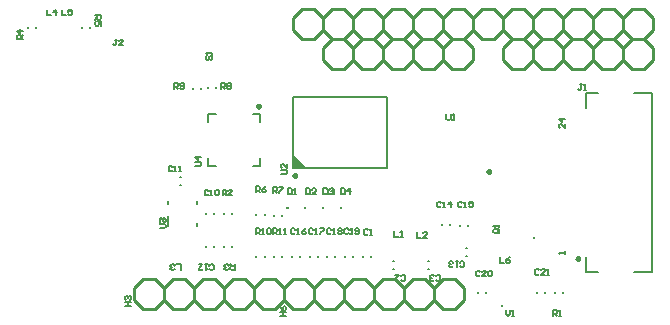
<source format=gto>
%FSTAX23Y23*%
%MOIN*%
%SFA1B1*%

%IPPOS*%
%ADD29C,0.010000*%
%ADD42C,0.003940*%
%ADD43C,0.009840*%
%ADD44C,0.007870*%
%ADD45C,0.007000*%
%LNcombine8-1*%
%LPD*%
G36*
X00964Y00501D02*
X00925D01*
Y00541*
X00964Y00501*
G37*
G54D29*
X00495Y0006D02*
Y001D01*
X00595Y0006D02*
Y001D01*
X00695Y0006D02*
Y001D01*
X00765Y0003D02*
X00795Y0006D01*
X00725Y0003D02*
X00765D01*
X00695Y0006D02*
X00725Y0003D01*
X00665D02*
X00695Y0006D01*
X00625Y0003D02*
X00665D01*
X00595Y0006D02*
X00625Y0003D01*
X00565D02*
X00595Y0006D01*
X00525Y0003D02*
X00565D01*
X00495Y0006D02*
X00525Y0003D01*
X00465D02*
X00495Y0006D01*
X00425Y0003D02*
X00465D01*
X00395Y0006D02*
X00425Y0003D01*
X00395Y0006D02*
Y001D01*
X00425Y0013*
X00465*
X00495Y001*
X00525Y0013*
X00565*
X00595Y001*
X00795Y0006D02*
Y001D01*
Y0006D02*
X00825Y0003D01*
X00865*
X00895Y0006*
Y001*
X00865Y0013D02*
X00895Y001D01*
X00825Y0013D02*
X00865D01*
X00795Y001D02*
X00825Y0013D01*
X00765D02*
X00795Y001D01*
X00725Y0013D02*
X00765D01*
X00695Y001D02*
X00725Y0013D01*
X00665D02*
X00695Y001D01*
X00625Y0013D02*
X00665D01*
X00595Y001D02*
X00625Y0013D01*
X00995Y0103D02*
X01025Y01D01*
X00955Y0103D02*
X00995D01*
X00925Y01D02*
X00955Y0103D01*
X00925Y0096D02*
Y01D01*
Y0096D02*
X00955Y0093D01*
X00995*
X01025Y0096*
X01225Y01D02*
X01255Y0103D01*
X01295*
X01325Y01*
X01355Y0103*
X01395*
X01425Y01*
X01455Y0103*
X01495*
X01525Y01*
Y0096D02*
Y01D01*
X01495Y0093D02*
X01525Y0096D01*
X01455Y0093D02*
X01495D01*
X01425Y0096D02*
X01455Y0093D01*
X01425Y0096D02*
Y01D01*
X01195Y0103D02*
X01225Y01D01*
X01155Y0103D02*
X01195D01*
X01125Y01D02*
X01155Y0103D01*
X01095D02*
X01125Y01D01*
X01055Y0103D02*
X01095D01*
X01025Y01D02*
X01055Y0103D01*
X01025Y0096D02*
Y01D01*
Y0096D02*
X01055Y0093D01*
X01095*
X01125Y0096*
X01155Y0093*
X01195*
X01225Y0096*
X01255Y0093*
X01295*
X01325Y0096*
X01355Y0093*
X01395*
X01425Y0096*
X01325D02*
Y01D01*
X01225Y0096D02*
Y01D01*
X01125Y0096D02*
Y01D01*
X01595Y0103D02*
X01625Y01D01*
X01555Y0103D02*
X01595D01*
X01525Y01D02*
X01555Y0103D01*
X01525Y0096D02*
Y01D01*
Y0096D02*
X01555Y0093D01*
X01595*
X01625Y0096*
X01825Y01D02*
X01855Y0103D01*
X01895*
X01925Y01*
X01955Y0103*
X01995*
X02025Y01*
X02055Y0103*
X02095*
X02125Y01*
Y0096D02*
Y01D01*
X02095Y0093D02*
X02125Y0096D01*
X02055Y0093D02*
X02095D01*
X02025Y0096D02*
X02055Y0093D01*
X02025Y0096D02*
Y01D01*
X01795Y0103D02*
X01825Y01D01*
X01755Y0103D02*
X01795D01*
X01725Y01D02*
X01755Y0103D01*
X01695D02*
X01725Y01D01*
X01655Y0103D02*
X01695D01*
X01625Y01D02*
X01655Y0103D01*
X01625Y0096D02*
Y01D01*
Y0096D02*
X01655Y0093D01*
X01695*
X01725Y0096*
X01755Y0093*
X01795*
X01825Y0096*
X01855Y0093*
X01895*
X01925Y0096*
X01955Y0093*
X01995*
X02025Y0096*
X01925D02*
Y01D01*
X01825Y0096D02*
Y01D01*
X01725Y0096D02*
Y01D01*
X01125Y0086D02*
Y009D01*
X01225Y0086D02*
Y009D01*
X01325Y0086D02*
Y009D01*
X01395Y0083D02*
X01425Y0086D01*
X01355Y0083D02*
X01395D01*
X01325Y0086D02*
X01355Y0083D01*
X01295D02*
X01325Y0086D01*
X01255Y0083D02*
X01295D01*
X01225Y0086D02*
X01255Y0083D01*
X01195D02*
X01225Y0086D01*
X01155Y0083D02*
X01195D01*
X01125Y0086D02*
X01155Y0083D01*
X01095D02*
X01125Y0086D01*
X01055Y0083D02*
X01095D01*
X01025Y0086D02*
X01055Y0083D01*
X01025Y0086D02*
Y009D01*
X01055Y0093*
X01095*
X01125Y009*
X01155Y0093*
X01195*
X01225Y009*
X01425Y0086D02*
Y009D01*
Y0086D02*
X01455Y0083D01*
X01495*
X01525Y0086*
Y009*
X01495Y0093D02*
X01525Y009D01*
X01455Y0093D02*
X01495D01*
X01425Y009D02*
X01455Y0093D01*
X01395D02*
X01425Y009D01*
X01355Y0093D02*
X01395D01*
X01325Y009D02*
X01355Y0093D01*
X01295D02*
X01325Y009D01*
X01255Y0093D02*
X01295D01*
X01225Y009D02*
X01255Y0093D01*
X01725Y0086D02*
Y009D01*
X01825Y0086D02*
Y009D01*
X01925Y0086D02*
Y009D01*
X01995Y0083D02*
X02025Y0086D01*
X01955Y0083D02*
X01995D01*
X01925Y0086D02*
X01955Y0083D01*
X01895D02*
X01925Y0086D01*
X01855Y0083D02*
X01895D01*
X01825Y0086D02*
X01855Y0083D01*
X01795D02*
X01825Y0086D01*
X01755Y0083D02*
X01795D01*
X01725Y0086D02*
X01755Y0083D01*
X01695D02*
X01725Y0086D01*
X01655Y0083D02*
X01695D01*
X01625Y0086D02*
X01655Y0083D01*
X01625Y0086D02*
Y009D01*
X01655Y0093*
X01695*
X01725Y009*
X01755Y0093*
X01795*
X01825Y009*
X02025Y0086D02*
Y009D01*
Y0086D02*
X02055Y0083D01*
X02095*
X02125Y0086*
Y009*
X02095Y0093D02*
X02125Y009D01*
X02055Y0093D02*
X02095D01*
X02025Y009D02*
X02055Y0093D01*
X01995D02*
X02025Y009D01*
X01955Y0093D02*
X01995D01*
X01925Y009D02*
X01955Y0093D01*
X01895D02*
X01925Y009D01*
X01855Y0093D02*
X01895D01*
X01825Y009D02*
X01855Y0093D01*
X00965Y0013D02*
X00995Y001D01*
X00925Y0013D02*
X00965D01*
X00895Y001D02*
X00925Y0013D01*
X00895Y0006D02*
Y001D01*
Y0006D02*
X00925Y0003D01*
X00965*
X00995Y0006*
X01195Y001D02*
X01225Y0013D01*
X01265*
X01295Y001*
X01325Y0013*
X01365*
X01395Y001*
X01425Y0013*
X01465*
X01495Y001*
Y0006D02*
Y001D01*
X01465Y0003D02*
X01495Y0006D01*
X01425Y0003D02*
X01465D01*
X01395Y0006D02*
X01425Y0003D01*
X01395Y0006D02*
Y001D01*
X01165Y0013D02*
X01195Y001D01*
X01125Y0013D02*
X01165D01*
X01095Y001D02*
X01125Y0013D01*
X01065D02*
X01095Y001D01*
X01025Y0013D02*
X01065D01*
X00995Y001D02*
X01025Y0013D01*
X00995Y0006D02*
Y001D01*
Y0006D02*
X01025Y0003D01*
X01065*
X01095Y0006*
X01125Y0003*
X01165*
X01195Y0006*
X01225Y0003*
X01265*
X01295Y0006*
X01325Y0003*
X01365*
X01395Y0006*
X01295D02*
Y001D01*
X01195Y0006D02*
Y001D01*
X01095Y0006D02*
Y001D01*
G54D42*
X00966Y0037D02*
D01*
X00966Y0037*
X00966Y0037*
X00966Y00371*
X00966Y00371*
X00966Y00371*
X00966Y00371*
X00966Y00371*
X00966Y00371*
X00965Y00371*
X00965Y00371*
X00965Y00372*
X00965Y00372*
X00965Y00372*
X00965Y00372*
X00965Y00372*
X00965Y00372*
X00965Y00372*
X00964Y00372*
X00964Y00372*
X00964Y00372*
X00964Y00372*
X00964Y00372*
X00964*
X00964Y00372*
X00964Y00372*
X00963Y00372*
X00963Y00372*
X00963Y00372*
X00963Y00372*
X00963Y00372*
X00963Y00372*
X00963Y00372*
X00963Y00372*
X00962Y00372*
X00962Y00371*
X00962Y00371*
X00962Y00371*
X00962Y00371*
X00962Y00371*
X00962Y00371*
X00962Y00371*
X00962Y00371*
X00962Y0037*
X00962Y0037*
X00962Y0037*
X00962Y0037*
X00962Y0037*
X00962Y0037*
X00962Y0037*
X00962Y00369*
X00962Y00369*
X00962Y00369*
X00962Y00369*
X00962Y00369*
X00962Y00369*
X00962Y00369*
X00963Y00369*
X00963Y00369*
X00963Y00369*
X00963Y00368*
X00963Y00368*
X00963Y00368*
X00963Y00368*
X00963Y00368*
X00964Y00368*
X00964Y00368*
X00964Y00368*
X00964*
X00964Y00368*
X00964Y00368*
X00964Y00368*
X00964Y00368*
X00965Y00368*
X00965Y00368*
X00965Y00368*
X00965Y00369*
X00965Y00369*
X00965Y00369*
X00965Y00369*
X00965Y00369*
X00965Y00369*
X00966Y00369*
X00966Y00369*
X00966Y00369*
X00966Y00369*
X00966Y0037*
X00966Y0037*
X00966Y0037*
X00966Y0037*
X00966Y0037*
X01025D02*
D01*
X01025Y0037*
X01025Y0037*
X01025Y00371*
X01025Y00371*
X01025Y00371*
X01025Y00371*
X01025Y00371*
X01025Y00371*
X01025Y00371*
X01024Y00371*
X01024Y00372*
X01024Y00372*
X01024Y00372*
X01024Y00372*
X01024Y00372*
X01024Y00372*
X01024Y00372*
X01024Y00372*
X01023Y00372*
X01023Y00372*
X01023Y00372*
X01023Y00372*
X01023*
X01023Y00372*
X01023Y00372*
X01022Y00372*
X01022Y00372*
X01022Y00372*
X01022Y00372*
X01022Y00372*
X01022Y00372*
X01022Y00372*
X01022Y00372*
X01022Y00372*
X01021Y00371*
X01021Y00371*
X01021Y00371*
X01021Y00371*
X01021Y00371*
X01021Y00371*
X01021Y00371*
X01021Y00371*
X01021Y0037*
X01021Y0037*
X01021Y0037*
X01021Y0037*
X01021Y0037*
X01021Y0037*
X01021Y0037*
X01021Y00369*
X01021Y00369*
X01021Y00369*
X01021Y00369*
X01021Y00369*
X01021Y00369*
X01022Y00369*
X01022Y00369*
X01022Y00369*
X01022Y00369*
X01022Y00368*
X01022Y00368*
X01022Y00368*
X01022Y00368*
X01022Y00368*
X01023Y00368*
X01023Y00368*
X01023Y00368*
X01023*
X01023Y00368*
X01023Y00368*
X01023Y00368*
X01024Y00368*
X01024Y00368*
X01024Y00368*
X01024Y00368*
X01024Y00369*
X01024Y00369*
X01024Y00369*
X01024Y00369*
X01024Y00369*
X01025Y00369*
X01025Y00369*
X01025Y00369*
X01025Y00369*
X01025Y00369*
X01025Y0037*
X01025Y0037*
X01025Y0037*
X01025Y0037*
X01025Y0037*
X01084D02*
D01*
X01084Y0037*
X01084Y0037*
X01084Y00371*
X01084Y00371*
X01084Y00371*
X01084Y00371*
X01084Y00371*
X01084Y00371*
X01084Y00371*
X01083Y00371*
X01083Y00372*
X01083Y00372*
X01083Y00372*
X01083Y00372*
X01083Y00372*
X01083Y00372*
X01083Y00372*
X01083Y00372*
X01082Y00372*
X01082Y00372*
X01082Y00372*
X01082Y00372*
X01082*
X01082Y00372*
X01082Y00372*
X01082Y00372*
X01081Y00372*
X01081Y00372*
X01081Y00372*
X01081Y00372*
X01081Y00372*
X01081Y00372*
X01081Y00372*
X01081Y00372*
X0108Y00371*
X0108Y00371*
X0108Y00371*
X0108Y00371*
X0108Y00371*
X0108Y00371*
X0108Y00371*
X0108Y00371*
X0108Y0037*
X0108Y0037*
X0108Y0037*
X0108Y0037*
X0108Y0037*
X0108Y0037*
X0108Y0037*
X0108Y00369*
X0108Y00369*
X0108Y00369*
X0108Y00369*
X0108Y00369*
X0108Y00369*
X01081Y00369*
X01081Y00369*
X01081Y00369*
X01081Y00369*
X01081Y00368*
X01081Y00368*
X01081Y00368*
X01081Y00368*
X01082Y00368*
X01082Y00368*
X01082Y00368*
X01082Y00368*
X01082*
X01082Y00368*
X01082Y00368*
X01082Y00368*
X01083Y00368*
X01083Y00368*
X01083Y00368*
X01083Y00368*
X01083Y00369*
X01083Y00369*
X01083Y00369*
X01083Y00369*
X01083Y00369*
X01084Y00369*
X01084Y00369*
X01084Y00369*
X01084Y00369*
X01084Y00369*
X01084Y0037*
X01084Y0037*
X01084Y0037*
X01084Y0037*
X01084Y0037*
X01726Y00272D02*
D01*
X01726Y00272*
X01726Y00272*
X01726Y00272*
X01726Y00272*
X01726Y00272*
X01725Y00272*
X01725Y00272*
X01725Y00272*
X01725Y00271*
X01725Y00271*
X01725Y00271*
X01725Y00271*
X01725Y00271*
X01725Y00271*
X01725Y00271*
X01725Y00271*
X01725Y0027*
X01725Y0027*
X01725Y0027*
X01725Y0027*
X01725Y0027*
X01725Y0027*
X01725Y0027*
X01725Y0027*
X01725Y00269*
X01725Y00269*
X01725Y00269*
X01725Y00269*
X01725Y00269*
X01725Y00269*
X01725Y00269*
X01725Y00269*
X01726Y00269*
X01726Y00268*
X01726Y00268*
X01726Y00268*
X01726Y00268*
X01726Y00268*
X01726Y00268*
X01726Y00268*
X01727Y00268*
X01727Y00268*
X01727Y00268*
X01727Y00268*
X01727Y00268*
X01727Y00268*
X01727Y00268*
X01727Y00268*
X01728Y00268*
X01728Y00269*
X01728Y00269*
X01728Y00269*
X01728Y00269*
X01728Y00269*
X01728Y00269*
X01728Y00269*
X01728Y00269*
X01728Y00269*
X01729Y00269*
X01729Y0027*
X01729Y0027*
X01729Y0027*
X01729Y0027*
X01729Y0027*
X01729Y0027*
X01729Y0027*
X01729Y00271*
X01729Y00271*
X01729Y00271*
X01728Y00271*
X01728Y00271*
X01728Y00271*
X01728Y00271*
X01728Y00271*
X01728Y00272*
X01728Y00272*
X01728Y00272*
X01728Y00272*
X01728Y00272*
X01728Y00272*
X01727Y00272*
X01727Y00272*
X01727Y00272*
X01727Y00272*
X01727Y00272*
X01727Y00272*
X01727Y00272*
X00907Y0037D02*
D01*
X00907Y0037*
X00907Y0037*
X00907Y00371*
X00907Y00371*
X00907Y00371*
X00907Y00371*
X00907Y00371*
X00906Y00371*
X00906Y00371*
X00906Y00371*
X00906Y00372*
X00906Y00372*
X00906Y00372*
X00906Y00372*
X00906Y00372*
X00906Y00372*
X00906Y00372*
X00905Y00372*
X00905Y00372*
X00905Y00372*
X00905Y00372*
X00905Y00372*
X00905*
X00905Y00372*
X00904Y00372*
X00904Y00372*
X00904Y00372*
X00904Y00372*
X00904Y00372*
X00904Y00372*
X00904Y00372*
X00904Y00372*
X00903Y00372*
X00903Y00372*
X00903Y00371*
X00903Y00371*
X00903Y00371*
X00903Y00371*
X00903Y00371*
X00903Y00371*
X00903Y00371*
X00903Y00371*
X00903Y0037*
X00903Y0037*
X00903Y0037*
X00903Y0037*
X00903Y0037*
X00903Y0037*
X00903Y0037*
X00903Y00369*
X00903Y00369*
X00903Y00369*
X00903Y00369*
X00903Y00369*
X00903Y00369*
X00903Y00369*
X00903Y00369*
X00904Y00369*
X00904Y00369*
X00904Y00368*
X00904Y00368*
X00904Y00368*
X00904Y00368*
X00904Y00368*
X00904Y00368*
X00905Y00368*
X00905Y00368*
X00905*
X00905Y00368*
X00905Y00368*
X00905Y00368*
X00905Y00368*
X00906Y00368*
X00906Y00368*
X00906Y00368*
X00906Y00369*
X00906Y00369*
X00906Y00369*
X00906Y00369*
X00906Y00369*
X00906Y00369*
X00906Y00369*
X00907Y00369*
X00907Y00369*
X00907Y00369*
X00907Y0037*
X00907Y0037*
X00907Y0037*
X00907Y0037*
X00907Y0037*
X01623Y00043D02*
D01*
X01623Y00043*
X01623Y00043*
X01623Y00043*
X01623Y00043*
X01623Y00043*
X01623Y00043*
X01623Y00044*
X01623Y00044*
X01622Y00044*
X01622Y00044*
X01622Y00044*
X01622Y00044*
X01622Y00044*
X01622Y00044*
X01622Y00044*
X01622Y00044*
X01622Y00044*
X01621Y00044*
X01621Y00045*
X01621Y00045*
X01621Y00045*
X01621Y00045*
X01621*
X01621Y00045*
X01621Y00045*
X0162Y00045*
X0162Y00044*
X0162Y00044*
X0162Y00044*
X0162Y00044*
X0162Y00044*
X0162Y00044*
X0162Y00044*
X01619Y00044*
X01619Y00044*
X01619Y00044*
X01619Y00044*
X01619Y00044*
X01619Y00043*
X01619Y00043*
X01619Y00043*
X01619Y00043*
X01619Y00043*
X01619Y00043*
X01619Y00043*
X01619Y00042*
X01619Y00042*
X01619Y00042*
X01619Y00042*
X01619Y00042*
X01619Y00042*
X01619Y00042*
X01619Y00042*
X01619Y00041*
X01619Y00041*
X01619Y00041*
X0162Y00041*
X0162Y00041*
X0162Y00041*
X0162Y00041*
X0162Y00041*
X0162Y00041*
X0162Y00041*
X0162Y00041*
X01621Y00041*
X01621Y00041*
X01621Y00041*
X01621*
X01621Y00041*
X01621Y00041*
X01621Y00041*
X01621Y00041*
X01622Y00041*
X01622Y00041*
X01622Y00041*
X01622Y00041*
X01622Y00041*
X01622Y00041*
X01622Y00041*
X01622Y00041*
X01622Y00041*
X01623Y00042*
X01623Y00042*
X01623Y00042*
X01623Y00042*
X01623Y00042*
X01623Y00042*
X01623Y00042*
X01623Y00042*
X01623Y00043*
G54D43*
X01879Y00198D02*
D01*
X01879Y00199*
X01879Y00199*
X01879Y00199*
X01879Y002*
X01879Y002*
X01879Y002*
X01879Y00201*
X01878Y00201*
X01878Y00201*
X01878Y00201*
X01878Y00202*
X01878Y00202*
X01877Y00202*
X01877Y00202*
X01877Y00203*
X01876Y00203*
X01876Y00203*
X01876Y00203*
X01875Y00203*
X01875Y00203*
X01875Y00203*
X01874Y00203*
X01874*
X01874Y00203*
X01873Y00203*
X01873Y00203*
X01873Y00203*
X01872Y00203*
X01872Y00203*
X01872Y00203*
X01872Y00202*
X01871Y00202*
X01871Y00202*
X01871Y00202*
X01871Y00201*
X0187Y00201*
X0187Y00201*
X0187Y00201*
X0187Y002*
X0187Y002*
X0187Y002*
X01869Y00199*
X01869Y00199*
X01869Y00199*
X01869Y00198*
X01869Y00198*
X01869Y00198*
X01869Y00197*
X0187Y00197*
X0187Y00197*
X0187Y00196*
X0187Y00196*
X0187Y00196*
X0187Y00195*
X01871Y00195*
X01871Y00195*
X01871Y00195*
X01871Y00194*
X01872Y00194*
X01872Y00194*
X01872Y00194*
X01872Y00194*
X01873Y00194*
X01873Y00194*
X01873Y00193*
X01874Y00193*
X01874Y00193*
X01874*
X01875Y00193*
X01875Y00193*
X01875Y00194*
X01876Y00194*
X01876Y00194*
X01876Y00194*
X01877Y00194*
X01877Y00194*
X01877Y00194*
X01878Y00195*
X01878Y00195*
X01878Y00195*
X01878Y00195*
X01878Y00196*
X01879Y00196*
X01879Y00196*
X01879Y00197*
X01879Y00197*
X01879Y00197*
X01879Y00198*
X01879Y00198*
X01879Y00198*
X00935Y00476D02*
D01*
X00935Y00476*
X00935Y00477*
X00935Y00477*
X00935Y00477*
X00935Y00478*
X00935Y00478*
X00935Y00478*
X00935Y00478*
X00934Y00479*
X00934Y00479*
X00934Y00479*
X00934Y0048*
X00933Y0048*
X00933Y0048*
X00933Y0048*
X00933Y0048*
X00932Y0048*
X00932Y00481*
X00932Y00481*
X00931Y00481*
X00931Y00481*
X00931Y00481*
X0093*
X0093Y00481*
X0093Y00481*
X00929Y00481*
X00929Y00481*
X00929Y0048*
X00928Y0048*
X00928Y0048*
X00928Y0048*
X00927Y0048*
X00927Y0048*
X00927Y00479*
X00927Y00479*
X00926Y00479*
X00926Y00478*
X00926Y00478*
X00926Y00478*
X00926Y00478*
X00926Y00477*
X00926Y00477*
X00926Y00477*
X00926Y00476*
X00925Y00476*
X00926Y00476*
X00926Y00475*
X00926Y00475*
X00926Y00475*
X00926Y00474*
X00926Y00474*
X00926Y00474*
X00926Y00473*
X00926Y00473*
X00927Y00473*
X00927Y00472*
X00927Y00472*
X00927Y00472*
X00928Y00472*
X00928Y00472*
X00928Y00471*
X00929Y00471*
X00929Y00471*
X00929Y00471*
X0093Y00471*
X0093Y00471*
X0093Y00471*
X00931*
X00931Y00471*
X00931Y00471*
X00932Y00471*
X00932Y00471*
X00932Y00471*
X00933Y00471*
X00933Y00472*
X00933Y00472*
X00933Y00472*
X00934Y00472*
X00934Y00472*
X00934Y00473*
X00934Y00473*
X00935Y00473*
X00935Y00474*
X00935Y00474*
X00935Y00474*
X00935Y00475*
X00935Y00475*
X00935Y00475*
X00935Y00476*
X00935Y00476*
X00815Y00707D02*
D01*
X00815Y00707*
X00815Y00707*
X00815Y00708*
X00815Y00708*
X00815Y00708*
X00815Y00709*
X00815Y00709*
X00814Y00709*
X00814Y0071*
X00814Y0071*
X00814Y0071*
X00814Y0071*
X00813Y00711*
X00813Y00711*
X00813Y00711*
X00812Y00711*
X00812Y00711*
X00812Y00711*
X00811Y00711*
X00811Y00712*
X00811Y00712*
X0081Y00712*
X0081*
X0081Y00712*
X00809Y00712*
X00809Y00711*
X00809Y00711*
X00808Y00711*
X00808Y00711*
X00808Y00711*
X00807Y00711*
X00807Y00711*
X00807Y0071*
X00807Y0071*
X00806Y0071*
X00806Y0071*
X00806Y00709*
X00806Y00709*
X00806Y00709*
X00806Y00708*
X00805Y00708*
X00805Y00708*
X00805Y00707*
X00805Y00707*
X00805Y00707*
X00805Y00706*
X00805Y00706*
X00805Y00706*
X00805Y00705*
X00806Y00705*
X00806Y00705*
X00806Y00704*
X00806Y00704*
X00806Y00704*
X00806Y00704*
X00807Y00703*
X00807Y00703*
X00807Y00703*
X00807Y00703*
X00808Y00702*
X00808Y00702*
X00808Y00702*
X00809Y00702*
X00809Y00702*
X00809Y00702*
X0081Y00702*
X0081Y00702*
X0081*
X00811Y00702*
X00811Y00702*
X00811Y00702*
X00812Y00702*
X00812Y00702*
X00812Y00702*
X00813Y00702*
X00813Y00703*
X00813Y00703*
X00814Y00703*
X00814Y00703*
X00814Y00704*
X00814Y00704*
X00814Y00704*
X00815Y00704*
X00815Y00705*
X00815Y00705*
X00815Y00705*
X00815Y00706*
X00815Y00706*
X00815Y00706*
X00815Y00707*
X01583Y0049D02*
D01*
X01583Y0049*
X01583Y00491*
X01583Y00491*
X01583Y00491*
X01582Y00492*
X01582Y00492*
X01582Y00492*
X01582Y00492*
X01582Y00493*
X01582Y00493*
X01581Y00493*
X01581Y00494*
X01581Y00494*
X01581Y00494*
X0158Y00494*
X0158Y00494*
X0158Y00494*
X01579Y00495*
X01579Y00495*
X01579Y00495*
X01578Y00495*
X01578Y00495*
X01578*
X01577Y00495*
X01577Y00495*
X01577Y00495*
X01576Y00495*
X01576Y00494*
X01576Y00494*
X01575Y00494*
X01575Y00494*
X01575Y00494*
X01575Y00494*
X01574Y00493*
X01574Y00493*
X01574Y00493*
X01574Y00492*
X01574Y00492*
X01573Y00492*
X01573Y00492*
X01573Y00491*
X01573Y00491*
X01573Y00491*
X01573Y0049*
X01573Y0049*
X01573Y0049*
X01573Y00489*
X01573Y00489*
X01573Y00488*
X01573Y00488*
X01573Y00488*
X01574Y00488*
X01574Y00487*
X01574Y00487*
X01574Y00487*
X01574Y00486*
X01575Y00486*
X01575Y00486*
X01575Y00486*
X01575Y00486*
X01576Y00485*
X01576Y00485*
X01576Y00485*
X01577Y00485*
X01577Y00485*
X01577Y00485*
X01578Y00485*
X01578*
X01578Y00485*
X01579Y00485*
X01579Y00485*
X01579Y00485*
X0158Y00485*
X0158Y00485*
X0158Y00486*
X01581Y00486*
X01581Y00486*
X01581Y00486*
X01581Y00486*
X01582Y00487*
X01582Y00487*
X01582Y00487*
X01582Y00488*
X01582Y00488*
X01582Y00488*
X01583Y00488*
X01583Y00489*
X01583Y00489*
X01583Y0049*
X01583Y0049*
G54D44*
X00668Y00768D02*
Y00771D01*
X00641Y00768D02*
Y00771D01*
X00247Y00968D02*
Y00972D01*
X0022Y00968D02*
Y00972D01*
X00067Y00968D02*
Y00972D01*
X0004Y00968D02*
Y00972D01*
X00695Y00237D02*
Y00241D01*
X00722Y00237D02*
Y00241D01*
Y00347D02*
Y00351D01*
X00695Y00347D02*
Y00351D01*
X01447Y00311D02*
Y00315D01*
X0142Y00311D02*
Y00315D01*
X01502Y00207D02*
X01506D01*
X01502Y00234D02*
X01506D01*
X00635Y00237D02*
Y00241D01*
X00662Y00237D02*
Y00241D01*
X00547Y00445D02*
X00551D01*
X00547Y00472D02*
X00551D01*
X00662Y00347D02*
Y00351D01*
X00635Y00347D02*
Y00351D01*
X01797Y00085D02*
Y00088D01*
X01825Y00085D02*
Y00088D01*
X01375Y0019D02*
X01379D01*
X01375Y00163D02*
X01379D01*
X01257D02*
X01261D01*
X01257Y0019D02*
X01261D01*
X01738Y00085D02*
Y00088D01*
X01766Y00085D02*
Y00088D01*
X01569Y00085D02*
Y00088D01*
X01541Y00085D02*
Y00088D01*
X01157Y00204D02*
Y00208D01*
X01184Y00204D02*
Y00208D01*
X00921Y00204D02*
Y00208D01*
X00948Y00204D02*
Y00208D01*
X0098Y00204D02*
Y00208D01*
X01007Y00204D02*
Y00208D01*
X01039Y00204D02*
Y00208D01*
X01066Y00204D02*
Y00208D01*
X01098Y00204D02*
Y00208D01*
X01125Y00204D02*
Y00208D01*
X00802Y00344D02*
Y00348D01*
X0083Y00344D02*
Y00348D01*
X00862Y00342D02*
Y00346D01*
X00889Y00342D02*
Y00346D01*
X0083Y00204D02*
Y00208D01*
X00802Y00204D02*
Y00208D01*
X00889Y00204D02*
Y00208D01*
X00862Y00204D02*
Y00208D01*
X01507Y00308D02*
Y00312D01*
X0148Y00308D02*
Y00312D01*
X00509Y00307D02*
Y00341D01*
Y0038D02*
Y0039D01*
X00604Y0038D02*
Y0039D01*
Y00307D02*
Y00317D01*
X019Y007D02*
Y0075D01*
Y00155D02*
X01943D01*
X019Y0075D02*
X01943D01*
X0212Y00155D02*
Y0075D01*
X02061D02*
X0212D01*
X02061Y00155D02*
X0212D01*
X019D02*
Y00204D01*
X01239Y00501D02*
Y00738D01*
X00925Y00501D02*
Y00738D01*
X01239*
X00925Y00501D02*
X01239D01*
X00925Y00541D02*
X00964Y00501D01*
X00816Y00508D02*
Y00534D01*
X0079Y00508D02*
X00816D01*
X00643D02*
Y00534D01*
Y00508D02*
X00669D01*
X00643Y00655D02*
Y00681D01*
X00669*
X00816Y00655D02*
Y00681D01*
X0079D02*
X00816D01*
X00591Y00765D02*
Y00769D01*
X00618Y00765D02*
Y00769D01*
G54D45*
X0161Y00298D02*
X01597D01*
X01593Y00295*
Y00288*
X01597Y00285*
X0161*
X01613Y00288*
Y00295*
X01607Y00292D02*
X01613Y00298D01*
Y00295D02*
X0161Y00298D01*
X01613Y00305D02*
Y00312D01*
Y00308*
X01593*
X01597Y00305*
X01488Y00386D02*
X01485Y00389D01*
X01478*
X01475Y00386*
Y00373*
X01478Y0037*
X01485*
X01488Y00373*
X01494Y0037D02*
X01501D01*
X01498*
Y00389*
X01494Y00386*
X01524Y00389D02*
X01511D01*
Y0038*
X01518Y00383*
X01521*
X01524Y0038*
Y00373*
X01521Y0037*
X01514*
X01511Y00373*
X01436Y00682D02*
Y00665D01*
X0144Y00662*
X01446*
X0145Y00665*
Y00682*
X01456Y00662D02*
X01463D01*
X0146*
Y00682*
X01456Y00678*
X00859Y0028D02*
Y003D01*
X00869*
X00873Y00296*
Y0029*
X00869Y00286*
X00859*
X00866D02*
X00873Y0028D01*
X00879D02*
X00886D01*
X00883*
Y003*
X00879Y00296*
X00896Y0028D02*
X00903D01*
X00899*
Y003*
X00896Y00296*
X008Y0028D02*
Y003D01*
X0081*
X00814Y00296*
Y0029*
X0081Y00286*
X008*
X00807D02*
X00814Y0028D01*
X0082D02*
X00827D01*
X00824*
Y003*
X0082Y00296*
X00837D02*
X0084Y003D01*
X00847*
X0085Y00296*
Y00283*
X00847Y0028*
X0084*
X00837Y00283*
Y00296*
X00859Y00418D02*
Y00438D01*
X00869*
X00873Y00434*
Y00428*
X00869Y00424*
X00859*
X00866D02*
X00873Y00418D01*
X00879Y00438D02*
X00893D01*
Y00434*
X00879Y00421*
Y00418*
X008Y0042D02*
Y0044D01*
X0081*
X00814Y00436*
Y0043*
X0081Y00426*
X008*
X00807D02*
X00814Y0042D01*
X00834Y0044D02*
X00827Y00436D01*
X0082Y0043*
Y00423*
X00824Y0042*
X0083*
X00834Y00423*
Y00426*
X0083Y0043*
X0082*
X01085Y00433D02*
Y00413D01*
X01095*
X01099Y00416*
Y00429*
X01095Y00433*
X01085*
X01115Y00413D02*
Y00433D01*
X01105Y00423*
X01119*
X01026Y00433D02*
Y00413D01*
X01036*
X0104Y00416*
Y00429*
X01036Y00433*
X01026*
X01046Y00429D02*
X0105Y00433D01*
X01056*
X0106Y00429*
Y00426*
X01056Y00423*
X01053*
X01056*
X0106Y00419*
Y00416*
X01056Y00413*
X0105*
X01046Y00416*
X00967Y00433D02*
Y00413D01*
X00977*
X00981Y00416*
Y00429*
X00977Y00433*
X00967*
X01001Y00413D02*
X00987D01*
X01001Y00426*
Y00429*
X00997Y00433*
X00991*
X00987Y00429*
X00908Y00433D02*
Y00413D01*
X00918*
X00922Y00416*
Y00429*
X00918Y00433*
X00908*
X00928Y00413D02*
X00935D01*
X00932*
Y00433*
X00928Y00429*
X0111Y00296D02*
X01106Y003D01*
X011*
X01096Y00296*
Y00283*
X011Y0028*
X01106*
X0111Y00283*
X01116Y0028D02*
X01123D01*
X0112*
Y003*
X01116Y00296*
X01133Y00283D02*
X01136Y0028D01*
X01143*
X01146Y00283*
Y00296*
X01143Y003*
X01136*
X01133Y00296*
Y00293*
X01136Y0029*
X01146*
X01051Y00296D02*
X01047Y003D01*
X01041*
X01037Y00296*
Y00283*
X01041Y0028*
X01047*
X01051Y00283*
X01057Y0028D02*
X01064D01*
X01061*
Y003*
X01057Y00296*
X01074D02*
X01077Y003D01*
X01084*
X01087Y00296*
Y00293*
X01084Y0029*
X01087Y00286*
Y00283*
X01084Y0028*
X01077*
X01074Y00283*
Y00286*
X01077Y0029*
X01074Y00293*
Y00296*
X01077Y0029D02*
X01084D01*
X00992Y00296D02*
X00988Y003D01*
X00982*
X00978Y00296*
Y00283*
X00982Y0028*
X00988*
X00992Y00283*
X00998Y0028D02*
X01005D01*
X01002*
Y003*
X00998Y00296*
X01015Y003D02*
X01028D01*
Y00296*
X01015Y00283*
Y0028*
X00932Y00296D02*
X00928Y003D01*
X00922*
X00918Y00296*
Y00283*
X00922Y0028*
X00928*
X00932Y00283*
X00938Y0028D02*
X00945D01*
X00942*
Y003*
X00938Y00296*
X00968Y003D02*
X00962Y00296D01*
X00955Y0029*
Y00283*
X00958Y0028*
X00965*
X00968Y00283*
Y00286*
X00965Y0029*
X00955*
X00338Y00929D02*
X00331D01*
X00335*
Y00913*
X00331Y0091*
X00328*
X00325Y00913*
X00358Y0091D02*
X00344D01*
X00358Y00923*
Y00926*
X00354Y00929*
X00348*
X00344Y00926*
X01263Y00291D02*
Y00271D01*
X01277*
X01283D02*
X0129D01*
X01287*
Y00291*
X01283Y00288*
X01338Y00287D02*
Y00267D01*
X01351*
X01371D02*
X01358D01*
X01371Y00281*
Y00284*
X01368Y00287*
X01361*
X01358Y00284*
X01614Y00205D02*
Y00185D01*
X01628*
X01648Y00205D02*
X01641Y00202D01*
X01634Y00195*
Y00188*
X01638Y00185*
X01644*
X01648Y00188*
Y00192*
X01644Y00195*
X01634*
X01174Y00296D02*
X01171Y00299D01*
X01164*
X01161Y00296*
Y00282*
X01164Y00279*
X01171*
X01174Y00282*
X01181Y00279D02*
X01188D01*
X01184*
Y00299*
X01181Y00296*
X01548Y00156D02*
X01545Y00159D01*
X01538*
X01535Y00156*
Y00143*
X01538Y0014*
X01545*
X01548Y00143*
X01568Y0014D02*
X01554D01*
X01568Y00153*
Y00156*
X01564Y00159*
X01558*
X01554Y00156*
X01574D02*
X01578Y00159D01*
X01584*
X01588Y00156*
Y00143*
X01584Y0014*
X01578*
X01574Y00143*
Y00156*
X01746Y00162D02*
X01742Y00166D01*
X01736*
X01732Y00162*
Y00149*
X01736Y00146*
X01742*
X01746Y00149*
X01766Y00146D02*
X01752D01*
X01766Y00159*
Y00162*
X01762Y00166*
X01756*
X01752Y00162*
X01772Y00146D02*
X01779D01*
X01776*
Y00166*
X01772Y00162*
X01634Y00028D02*
Y00014D01*
X01641Y00008*
X01647Y00014*
Y00028*
X01654Y00008D02*
X01661D01*
X01657*
Y00028*
X01654Y00024*
X01285Y00128D02*
X01289Y00124D01*
X01295*
X01299Y00128*
Y00141*
X01295Y00144*
X01289*
X01285Y00141*
X01265Y00144D02*
X01279D01*
X01265Y00131*
Y00128*
X01269Y00124*
X01275*
X01279Y00128*
X01401D02*
X01405Y00124D01*
X01411*
X01415Y00128*
Y00141*
X01411Y00144*
X01405*
X01401Y00141*
X01395Y00128D02*
X01391Y00124D01*
X01385*
X01381Y00128*
Y00131*
X01385Y00134*
X01388*
X01385*
X01381Y00138*
Y00141*
X01385Y00144*
X01391*
X01395Y00141*
X00885Y00482D02*
X00901D01*
X00905Y00485*
Y00492*
X00901Y00495*
X00885*
X00905Y00515D02*
Y00502D01*
X00891Y00515*
X00888*
X00885Y00512*
Y00505*
X00888Y00502*
X01888Y00781D02*
X01881D01*
X01884*
Y00764*
X01881Y00761*
X01878*
X01874Y00764*
X01894Y00761D02*
X01901D01*
X01898*
Y00781*
X01894Y00777*
X00883Y00007D02*
X00903D01*
X00893*
Y0002*
X00883*
X00903*
X00883Y0004D02*
X00886Y00033D01*
X00893Y00026*
X00899*
X00903Y0003*
Y00036*
X00899Y0004*
X00896*
X00893Y00036*
Y00026*
X00365Y0004D02*
X00385D01*
X00375*
Y00053*
X00365*
X00385*
X00369Y0006D02*
X00365Y00063D01*
Y0007*
X00369Y00073*
X00372*
X00375Y0007*
Y00067*
Y0007*
X00379Y00073*
X00382*
X00385Y0007*
Y00063*
X00382Y0006*
X01791Y00008D02*
Y00028D01*
X01801*
X01805Y00024*
Y00018*
X01801Y00014*
X01791*
X01798D02*
X01805Y00008D01*
X01811D02*
X01818D01*
X01815*
Y00028*
X01811Y00024*
X00105Y01029D02*
Y0101D01*
X00118*
X00134D02*
Y01029D01*
X00124Y0102*
X00138*
X00155Y01029D02*
Y0101D01*
X00168*
X00188Y01029D02*
X00174D01*
Y0102*
X00181Y01023*
X00184*
X00188Y0102*
Y01013*
X00184Y0101*
X00178*
X00174Y01013*
X00643Y00426D02*
X0064Y00429D01*
X00633*
X0063Y00426*
Y00413*
X00633Y0041*
X0064*
X00643Y00413*
X00649Y0041D02*
X00656D01*
X00653*
Y00429*
X00649Y00426*
X00666D02*
X00669Y00429D01*
X00676*
X00679Y00426*
Y00413*
X00676Y0041*
X00669*
X00666Y00413*
Y00426*
X00523Y00506D02*
X0052Y00509D01*
X00513*
X0051Y00506*
Y00493*
X00513Y0049*
X0052*
X00523Y00493*
X00529Y0049D02*
X00536D01*
X00533*
Y00509*
X00529Y00506*
X00546Y0049D02*
X00553D01*
X00549*
Y00509*
X00546Y00506*
X00646Y00163D02*
X0065Y0016D01*
X00656*
X0066Y00163*
Y00176*
X00656Y0018*
X0065*
X00646Y00176*
X0064Y0018D02*
X00633D01*
X00636*
Y0016*
X0064Y00163*
X0061Y0018D02*
X00623D01*
X0061Y00166*
Y00163*
X00613Y0016*
X0062*
X00623Y00163*
X01481Y00173D02*
X01485Y0017D01*
X01491*
X01495Y00173*
Y00186*
X01491Y0019*
X01485*
X01481Y00186*
X01475Y0019D02*
X01468D01*
X01471*
Y0017*
X01475Y00173*
X01458D02*
X01455Y0017D01*
X01448*
X01445Y00173*
Y00176*
X01448Y0018*
X01451*
X01448*
X01445Y00183*
Y00186*
X01448Y0019*
X01455*
X01458Y00186*
X01418Y00386D02*
X01415Y00389D01*
X01408*
X01405Y00386*
Y00373*
X01408Y0037*
X01415*
X01418Y00373*
X01424Y0037D02*
X01431D01*
X01428*
Y00389*
X01424Y00386*
X01451Y0037D02*
Y00389D01*
X01441Y0038*
X01454*
X0055Y0016D02*
Y0018D01*
X00536*
X0053Y00163D02*
X00526Y0016D01*
X0052*
X00516Y00163*
Y00166*
X0052Y0017*
X00523*
X0052*
X00516Y00173*
Y00176*
X0052Y0018*
X00526*
X0053Y00176*
X0069Y0041D02*
Y00429D01*
X007*
X00703Y00426*
Y0042*
X007Y00416*
X0069*
X00696D02*
X00703Y0041D01*
X00723D02*
X00709D01*
X00723Y00423*
Y00426*
X00719Y00429*
X00713*
X00709Y00426*
X0073Y0018D02*
Y0016D01*
X0072*
X00716Y00163*
Y0017*
X0072Y00173*
X0073*
X00723D02*
X00716Y0018D01*
X0071Y00163D02*
X00706Y0016D01*
X007*
X00696Y00163*
Y00166*
X007Y0017*
X00703*
X007*
X00696Y00173*
Y00176*
X007Y0018*
X00706*
X0071Y00176*
X00025Y0093D02*
X00005D01*
Y0094*
X00008Y00943*
X00015*
X00018Y0094*
Y0093*
Y00936D02*
X00025Y00943D01*
Y00959D02*
X00005D01*
X00015Y00949*
Y00963*
X00265Y0101D02*
X00284D01*
Y01*
X00281Y00996*
X00275*
X00271Y01*
Y0101*
Y01003D02*
X00265Y00996D01*
X00284Y00976D02*
Y0099D01*
X00275*
X00278Y00983*
Y0098*
X00275Y00976*
X00268*
X00265Y0098*
Y00986*
X00268Y0099*
X00638Y00873D02*
X00635Y0087D01*
Y00863*
X00638Y0086*
X00641*
X00645Y00863*
Y0087*
X00648Y00873*
X00651*
X00655Y0087*
Y00863*
X00651Y0086*
X00655Y00879D02*
Y00886D01*
Y00883*
X00635*
X00638Y00879*
X0048Y003D02*
X00496D01*
X005Y00303*
Y0031*
X00496Y00313*
X0048*
X00483Y00319D02*
X0048Y00323D01*
Y00329*
X00483Y00333*
X00486*
X0049Y00329*
Y00326*
Y00329*
X00493Y00333*
X00496*
X005Y00329*
Y00323*
X00496Y00319*
X00599Y00508D02*
X00616D01*
X00619Y00512*
Y00518*
X00616Y00522*
X00599*
X00619Y00538D02*
X00599D01*
X00609Y00528*
Y00542*
X00685Y00763D02*
Y00783D01*
X00695*
X00698Y0078*
Y00773*
X00695Y0077*
X00685*
X00691D02*
X00698Y00763D01*
X00705Y0078D02*
X00708Y00783D01*
X00715*
X00718Y0078*
Y00777*
X00715Y00773*
X00718Y0077*
Y00767*
X00715Y00763*
X00708*
X00705Y00767*
Y0077*
X00708Y00773*
X00705Y00777*
Y0078*
X00708Y00773D02*
X00715D01*
X00527Y00763D02*
Y00783D01*
X00537*
X0054Y0078*
Y00773*
X00537Y0077*
X00527*
X00534D02*
X0054Y00763D01*
X00547Y00767D02*
X0055Y00763D01*
X00557*
X0056Y00767*
Y0078*
X00557Y00783*
X0055*
X00547Y0078*
Y00777*
X0055Y00773*
X0056*
X01831Y00216D02*
Y00223D01*
Y00219*
X01811*
X01814Y00216*
X01831Y00649D02*
Y00635D01*
X01818Y00649*
X01814*
X01811Y00645*
Y00639*
X01814Y00635*
X01831Y00665D02*
X01811D01*
X01821Y00655*
Y00669*
M02*
</source>
